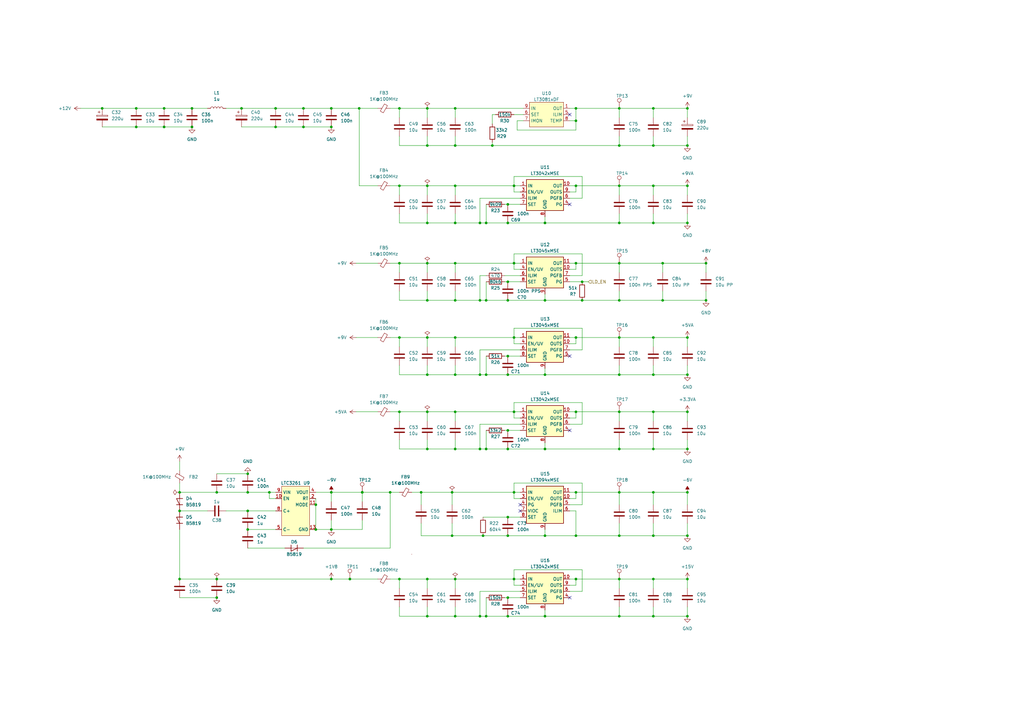
<source format=kicad_sch>
(kicad_sch (version 20211123) (generator eeschema)
  (paper "A3")
  (title_block (title "Kirdy") (date "2022-07-03") (rev "r0.1") (company "M-Labs") (comment 1 "Alex Wong Tat Hang"))
  (junction (at 175.26 237.49))
  (junction (at 223.52 184.15))
  (junction (at 236.22 76.2))
  (junction (at 210.82 201.93))
  (junction (at 78.74 44.45))
  (junction (at 210.82 76.2))
  (junction (at 236.22 168.91))
  (junction (at 185.42 219.71))
  (junction (at 101.6 217.17))
  (junction (at 254 184.15))
  (junction (at 208.28 245.11))
  (junction (at 185.42 201.93))
  (junction (at 208.28 176.53))
  (junction (at 135.89 217.17))
  (junction (at 147.32 44.45))
  (junction (at 210.82 138.43))
  (junction (at 254 91.44))
  (junction (at 143.51 237.49))
  (junction (at 135.89 237.49))
  (junction (at 238.76 115.57))
  (junction (at 148.556 201.93))
  (junction (at 236.22 49.53))
  (junction (at 208.28 252.73))
  (junction (at 196.85 184.15))
  (junction (at 238.76 123.19))
  (junction (at 88.9 237.49))
  (junction (at 199.39 252.73))
  (junction (at 186.69 138.43))
  (junction (at 208.28 184.15))
  (junction (at 78.74 52.07))
  (junction (at 254 44.45))
  (junction (at 267.97 76.2))
  (junction (at 199.39 153.67))
  (junction (at 254 237.49))
  (junction (at 163.83 76.2))
  (junction (at 289.56 107.95))
  (junction (at 210.82 107.95))
  (junction (at 99.06 44.45))
  (junction (at 67.31 52.07))
  (junction (at 175.26 59.69))
  (junction (at 267.97 201.93))
  (junction (at 113.03 52.07))
  (junction (at 175.26 153.67))
  (junction (at 175.26 91.44))
  (junction (at 41.91 44.45))
  (junction (at 281.94 138.43))
  (junction (at 267.97 138.43))
  (junction (at 175.26 107.95))
  (junction (at 196.85 91.44))
  (junction (at 199.39 123.19))
  (junction (at 267.97 252.73))
  (junction (at 281.94 237.49))
  (junction (at 186.69 252.73))
  (junction (at 208.28 123.19))
  (junction (at 254 219.71))
  (junction (at 148.59 201.93))
  (junction (at 223.52 153.67))
  (junction (at 223.52 91.44))
  (junction (at 236.22 44.45))
  (junction (at 101.6 209.55))
  (junction (at 281.94 76.2))
  (junction (at 281.94 201.93))
  (junction (at 281.94 168.91))
  (junction (at 186.69 107.95))
  (junction (at 289.56 123.19))
  (junction (at 281.94 44.45))
  (junction (at 186.69 237.49))
  (junction (at 186.69 184.15))
  (junction (at 163.83 168.91))
  (junction (at 236.22 219.71))
  (junction (at 254 168.91))
  (junction (at 281.94 252.73))
  (junction (at 223.52 123.19))
  (junction (at 186.69 76.2))
  (junction (at 198.12 219.71))
  (junction (at 281.94 184.15))
  (junction (at 267.97 44.45))
  (junction (at 135.89 201.93))
  (junction (at 186.69 91.44))
  (junction (at 267.97 168.91))
  (junction (at 175.26 168.91))
  (junction (at 281.94 219.71))
  (junction (at 160.02 201.93))
  (junction (at 186.69 59.69))
  (junction (at 208.28 83.82))
  (junction (at 135.89 52.07))
  (junction (at 236.22 201.93))
  (junction (at 113.03 44.45))
  (junction (at 254 153.67))
  (junction (at 254 138.43))
  (junction (at 210.82 168.91))
  (junction (at 281.94 91.44))
  (junction (at 254 59.69))
  (junction (at 267.97 184.15))
  (junction (at 271.78 123.19))
  (junction (at 254 76.2))
  (junction (at 101.6 201.93))
  (junction (at 163.83 138.43))
  (junction (at 186.69 123.19))
  (junction (at 175.26 252.73))
  (junction (at 135.89 44.45))
  (junction (at 196.85 123.19))
  (junction (at 208.28 91.44))
  (junction (at 172.72 201.93))
  (junction (at 208.28 153.67))
  (junction (at 73.66 209.55))
  (junction (at 201.93 59.69))
  (junction (at 267.97 237.49))
  (junction (at 208.28 212.09))
  (junction (at 196.85 252.73))
  (junction (at 124.46 52.07))
  (junction (at 175.26 184.15))
  (junction (at 163.83 107.95))
  (junction (at 186.69 153.67))
  (junction (at 88.9 201.93))
  (junction (at 254 201.93))
  (junction (at 110.49 201.93))
  (junction (at 208.28 115.57))
  (junction (at 236.22 107.95))
  (junction (at 267.97 219.71))
  (junction (at 208.28 146.05))
  (junction (at 223.52 252.73))
  (junction (at 73.66 201.93))
  (junction (at 175.26 123.19))
  (junction (at 281.94 59.69))
  (junction (at 267.97 59.69))
  (junction (at 55.88 52.07))
  (junction (at 236.22 237.49))
  (junction (at 281.94 153.67))
  (junction (at 223.52 219.71))
  (junction (at 208.28 219.71))
  (junction (at 271.78 107.95))
  (junction (at 175.26 76.2))
  (junction (at 175.26 138.43))
  (junction (at 163.83 44.45))
  (junction (at 199.39 184.15))
  (junction (at 101.6 194.31))
  (junction (at 88.9 245.11))
  (junction (at 267.97 91.44))
  (junction (at 254 123.19))
  (junction (at 175.26 44.45))
  (junction (at 210.82 237.49))
  (junction (at 254 252.73))
  (junction (at 73.66 237.49))
  (junction (at 163.83 237.49))
  (junction (at 186.69 168.91))
  (junction (at 129.54 207.01))
  (junction (at 67.31 44.45))
  (junction (at 267.97 153.67))
  (junction (at 124.46 44.45))
  (junction (at 55.88 44.45))
  (junction (at 186.69 44.45))
  (junction (at 254 107.95))
  (junction (at 129.54 217.17))
  (junction (at 236.22 138.43))
  (junction (at 199.39 91.44))
  (junction (at 196.85 153.67))
  (no_connect (at 233.68 176.53))
  (no_connect (at 233.68 245.11))
  (no_connect (at 233.68 46.99))
  (no_connect (at 213.36 209.55))
  (no_connect (at 213.36 207.01))
  (no_connect (at 233.68 83.82))
  (no_connect (at 233.68 146.05))
  (wire (pts (xy 88.9 201.93) (xy 101.6 201.93)))
  (wire (pts (xy 207.01 176.53) (xy 208.28 176.53)))
  (wire (pts (xy 267.97 214.63) (xy 267.97 219.71)))
  (wire (pts (xy 267.97 153.67) (xy 267.97 149.86)))
  (wire (pts (xy 196.85 81.28) (xy 196.85 91.44)))
  (wire (pts (xy 175.26 241.3) (xy 175.26 237.49)))
  (wire (pts (xy 160.02 237.49) (xy 163.83 237.49)))
  (wire (pts (xy 254 237.49) (xy 254 241.3)))
  (wire (pts (xy 233.68 140.97) (xy 236.22 140.97)))
  (wire (pts (xy 148.59 201.93) (xy 148.59 205.74)))
  (wire (pts (xy 281.94 252.73) (xy 281.94 248.92)))
  (wire (pts (xy 254 107.95) (xy 254 111.76)))
  (wire (pts (xy 135.89 213.36) (xy 135.89 217.17)))
  (wire (pts (xy 163.83 252.73) (xy 163.83 248.92)))
  (wire (pts (xy 208.28 176.53) (xy 213.36 176.53)))
  (wire (pts (xy 124.46 44.45) (xy 135.89 44.45)))
  (wire (pts (xy 135.89 217.17) (xy 129.54 217.17)))
  (wire (pts (xy 201.93 58.42) (xy 201.93 59.69)))
  (wire (pts (xy 196.85 91.44) (xy 199.39 91.44)))
  (wire (pts (xy 271.78 107.95) (xy 271.78 111.76)))
  (wire (pts (xy 267.97 252.73) (xy 281.94 252.73)))
  (wire (pts (xy 160.02 107.95) (xy 163.83 107.95)))
  (wire (pts (xy 186.69 172.72) (xy 186.69 168.91)))
  (wire (pts (xy 196.85 113.03) (xy 199.39 113.03)))
  (wire (pts (xy 236.22 219.71) (xy 223.52 219.71)))
  (wire (pts (xy 175.26 123.19) (xy 186.69 123.19)))
  (wire (pts (xy 175.26 252.73) (xy 175.26 248.92)))
  (wire (pts (xy 186.69 123.19) (xy 196.85 123.19)))
  (wire (pts (xy 185.42 219.71) (xy 198.12 219.71)))
  (wire (pts (xy 201.93 50.8) (xy 201.93 46.99)))
  (wire (pts (xy 267.97 153.67) (xy 281.94 153.67)))
  (wire (pts (xy 207.01 115.57) (xy 208.28 115.57)))
  (wire (pts (xy 175.26 123.19) (xy 175.26 119.38)))
  (wire (pts (xy 210.82 76.2) (xy 213.36 76.2)))
  (wire (pts (xy 163.83 59.69) (xy 175.26 59.69)))
  (wire (pts (xy 210.82 237.49) (xy 213.36 237.49)))
  (wire (pts (xy 254 219.71) (xy 254 214.63)))
  (wire (pts (xy 199.39 184.15) (xy 208.28 184.15)))
  (wire (pts (xy 129.54 201.93) (xy 135.89 201.93)))
  (wire (pts (xy 175.26 142.24) (xy 175.26 138.43)))
  (wire (pts (xy 199.39 252.73) (xy 208.28 252.73)))
  (wire (pts (xy 186.69 80.01) (xy 186.69 76.2)))
  (wire (pts (xy 199.39 245.11) (xy 199.39 252.73)))
  (wire (pts (xy 172.72 214.63) (xy 172.72 219.71)))
  (wire (pts (xy 92.71 209.55) (xy 101.6 209.55)))
  (wire (pts (xy 208.28 184.15) (xy 223.52 184.15)))
  (wire (pts (xy 175.26 184.15) (xy 186.69 184.15)))
  (wire (pts (xy 208.28 91.44) (xy 223.52 91.44)))
  (wire (pts (xy 213.36 204.47) (xy 210.82 204.47)))
  (wire (pts (xy 135.89 44.45) (xy 147.32 44.45)))
  (wire (pts (xy 254 219.71) (xy 267.97 219.71)))
  (wire (pts (xy 208.28 115.57) (xy 213.36 115.57)))
  (wire (pts (xy 163.83 252.73) (xy 175.26 252.73)))
  (wire (pts (xy 185.42 201.93) (xy 210.82 201.93)))
  (wire (pts (xy 186.69 168.91) (xy 210.82 168.91)))
  (wire (pts (xy 199.39 115.57) (xy 199.39 123.19)))
  (wire (pts (xy 175.26 76.2) (xy 186.69 76.2)))
  (wire (pts (xy 186.69 91.44) (xy 186.69 87.63)))
  (wire (pts (xy 199.39 146.05) (xy 199.39 153.67)))
  (wire (pts (xy 254 153.67) (xy 254 149.86)))
  (wire (pts (xy 238.76 134.62) (xy 210.82 134.62)))
  (wire (pts (xy 199.39 153.67) (xy 208.28 153.67)))
  (wire (pts (xy 172.72 219.71) (xy 185.42 219.71)))
  (wire (pts (xy 223.52 91.44) (xy 254 91.44)))
  (wire (pts (xy 236.22 240.03) (xy 236.22 237.49)))
  (wire (pts (xy 101.6 224.79) (xy 116.84 224.79)))
  (wire (pts (xy 198.12 219.71) (xy 208.28 219.71)))
  (wire (pts (xy 254 184.15) (xy 254 180.34)))
  (wire (pts (xy 210.82 140.97) (xy 210.82 138.43)))
  (wire (pts (xy 55.88 52.07) (xy 67.31 52.07)))
  (wire (pts (xy 196.85 81.28) (xy 213.36 81.28)))
  (wire (pts (xy 148.556 201.93) (xy 148.59 201.93)))
  (wire (pts (xy 267.97 59.69) (xy 254 59.69)))
  (wire (pts (xy 212.09 49.53) (xy 214.63 49.53)))
  (wire (pts (xy 213.36 110.49) (xy 210.82 110.49)))
  (wire (pts (xy 254 107.95) (xy 271.78 107.95)))
  (wire (pts (xy 267.97 91.44) (xy 267.97 87.63)))
  (wire (pts (xy 223.52 250.19) (xy 223.52 252.73)))
  (wire (pts (xy 254 123.19) (xy 254 119.38)))
  (wire (pts (xy 254 201.93) (xy 267.97 201.93)))
  (wire (pts (xy 186.69 44.45) (xy 214.63 44.45)))
  (wire (pts (xy 196.85 173.99) (xy 213.36 173.99)))
  (wire (pts (xy 175.26 184.15) (xy 175.26 180.34)))
  (wire (pts (xy 233.68 113.03) (xy 238.76 113.03)))
  (wire (pts (xy 210.82 107.95) (xy 213.36 107.95)))
  (wire (pts (xy 186.69 241.3) (xy 186.69 237.49)))
  (wire (pts (xy 254 237.49) (xy 267.97 237.49)))
  (wire (pts (xy 146.05 168.91) (xy 154.94 168.91)))
  (wire (pts (xy 236.22 237.49) (xy 254 237.49)))
  (wire (pts (xy 210.82 201.93) (xy 213.36 201.93)))
  (wire (pts (xy 236.22 44.45) (xy 236.22 49.53)))
  (wire (pts (xy 207.01 245.11) (xy 208.28 245.11)))
  (wire (pts (xy 210.82 78.74) (xy 210.82 76.2)))
  (wire (pts (xy 196.85 252.73) (xy 199.39 252.73)))
  (wire (pts (xy 186.69 153.67) (xy 196.85 153.67)))
  (wire (pts (xy 236.22 219.71) (xy 254 219.71)))
  (wire (pts (xy 210.82 138.43) (xy 213.36 138.43)))
  (wire (pts (xy 73.66 198.12) (xy 73.66 201.93)))
  (wire (pts (xy 238.76 173.99) (xy 238.76 165.1)))
  (wire (pts (xy 175.26 172.72) (xy 175.26 168.91)))
  (wire (pts (xy 113.03 52.07) (xy 124.46 52.07)))
  (wire (pts (xy 73.66 237.49) (xy 73.66 217.17)))
  (wire (pts (xy 238.76 165.1) (xy 210.82 165.1)))
  (wire (pts (xy 208.28 123.19) (xy 223.52 123.19)))
  (wire (pts (xy 113.03 44.45) (xy 124.46 44.45)))
  (wire (pts (xy 281.94 76.2) (xy 281.94 80.01)))
  (wire (pts (xy 163.83 172.72) (xy 163.83 168.91)))
  (wire (pts (xy 281.94 184.15) (xy 281.94 180.34)))
  (wire (pts (xy 201.93 46.99) (xy 203.2 46.99)))
  (wire (pts (xy 238.76 104.14) (xy 210.82 104.14)))
  (wire (pts (xy 210.82 240.03) (xy 210.82 237.49)))
  (wire (pts (xy 281.94 168.91) (xy 281.94 172.72)))
  (wire (pts (xy 163.83 107.95) (xy 175.26 107.95)))
  (wire (pts (xy 233.68 143.51) (xy 238.76 143.51)))
  (wire (pts (xy 233.68 115.57) (xy 238.76 115.57)))
  (wire (pts (xy 254 48.26) (xy 254 44.45)))
  (wire (pts (xy 196.85 113.03) (xy 196.85 123.19)))
  (wire (pts (xy 236.22 201.93) (xy 254 201.93)))
  (wire (pts (xy 73.66 237.49) (xy 88.9 237.49)))
  (wire (pts (xy 175.26 168.91) (xy 186.69 168.91)))
  (wire (pts (xy 233.68 240.03) (xy 236.22 240.03)))
  (wire (pts (xy 201.93 59.69) (xy 254 59.69)))
  (wire (pts (xy 175.26 44.45) (xy 186.69 44.45)))
  (wire (pts (xy 160.02 44.45) (xy 163.83 44.45)))
  (wire (pts (xy 124.46 52.07) (xy 135.89 52.07)))
  (wire (pts (xy 236.22 138.43) (xy 254 138.43)))
  (wire (pts (xy 110.49 201.93) (xy 113.03 201.93)))
  (wire (pts (xy 233.68 173.99) (xy 238.76 173.99)))
  (wire (pts (xy 210.82 134.62) (xy 210.82 138.43)))
  (wire (pts (xy 267.97 76.2) (xy 267.97 80.01)))
  (wire (pts (xy 267.97 138.43) (xy 281.94 138.43)))
  (wire (pts (xy 254 44.45) (xy 267.97 44.45)))
  (wire (pts (xy 254 91.44) (xy 267.97 91.44)))
  (wire (pts (xy 271.78 123.19) (xy 271.78 119.38)))
  (wire (pts (xy 238.76 113.03) (xy 238.76 104.14)))
  (wire (pts (xy 223.52 151.13) (xy 223.52 153.67)))
  (wire (pts (xy 233.68 138.43) (xy 236.22 138.43)))
  (wire (pts (xy 163.83 59.69) (xy 163.83 55.88)))
  (wire (pts (xy 233.68 81.28) (xy 238.76 81.28)))
  (wire (pts (xy 196.85 153.67) (xy 199.39 153.67)))
  (wire (pts (xy 163.83 123.19) (xy 175.26 123.19)))
  (wire (pts (xy 223.52 181.61) (xy 223.52 184.15)))
  (wire (pts (xy 113.03 204.47) (xy 110.49 204.47)))
  (wire (pts (xy 73.66 245.11) (xy 88.9 245.11)))
  (wire (pts (xy 186.69 59.69) (xy 201.93 59.69)))
  (wire (pts (xy 135.89 237.49) (xy 143.51 237.49)))
  (wire (pts (xy 186.69 153.67) (xy 186.69 149.86)))
  (wire (pts (xy 186.69 123.19) (xy 186.69 119.38)))
  (wire (pts (xy 233.68 76.2) (xy 236.22 76.2)))
  (wire (pts (xy 185.42 214.63) (xy 185.42 219.71)))
  (wire (pts (xy 208.28 252.73) (xy 223.52 252.73)))
  (wire (pts (xy 175.26 252.73) (xy 186.69 252.73)))
  (wire (pts (xy 168.91 201.93) (xy 172.72 201.93)))
  (wire (pts (xy 186.69 48.26) (xy 186.69 44.45)))
  (wire (pts (xy 135.89 201.93) (xy 148.556 201.93)))
  (wire (pts (xy 267.97 44.45) (xy 281.94 44.45)))
  (wire (pts (xy 199.39 176.53) (xy 199.39 184.15)))
  (wire (pts (xy 254 168.91) (xy 254 172.72)))
  (wire (pts (xy 254 201.93) (xy 254 207.01)))
  (wire (pts (xy 185.42 201.93) (xy 185.42 207.01)))
  (wire (pts (xy 135.89 201.93) (xy 135.89 205.74)))
  (wire (pts (xy 213.36 78.74) (xy 210.82 78.74)))
  (wire (pts (xy 267.97 48.26) (xy 267.97 44.45)))
  (wire (pts (xy 163.83 237.49) (xy 175.26 237.49)))
  (wire (pts (xy 196.85 143.51) (xy 213.36 143.51)))
  (wire (pts (xy 186.69 252.73) (xy 186.69 248.92)))
  (wire (pts (xy 175.26 153.67) (xy 175.26 149.86)))
  (wire (pts (xy 233.68 168.91) (xy 236.22 168.91)))
  (wire (pts (xy 212.09 49.53) (xy 212.09 53.34)))
  (wire (pts (xy 186.69 138.43) (xy 210.82 138.43)))
  (wire (pts (xy 238.76 115.57) (xy 241.3 115.57)))
  (wire (pts (xy 236.22 49.53) (xy 233.68 49.53)))
  (wire (pts (xy 254 123.19) (xy 271.78 123.19)))
  (wire (pts (xy 233.68 171.45) (xy 236.22 171.45)))
  (wire (pts (xy 254 91.44) (xy 254 87.63)))
  (wire (pts (xy 238.76 81.28) (xy 238.76 72.39)))
  (wire (pts (xy 213.36 240.03) (xy 210.82 240.03)))
  (wire (pts (xy 236.22 209.55) (xy 236.22 219.71)))
  (wire (pts (xy 163.83 80.01) (xy 163.83 76.2)))
  (wire (pts (xy 223.52 123.19) (xy 238.76 123.19)))
  (wire (pts (xy 254 153.67) (xy 267.97 153.67)))
  (wire (pts (xy 101.6 217.17) (xy 113.03 217.17)))
  (wire (pts (xy 163.83 241.3) (xy 163.83 237.49)))
  (wire (pts (xy 233.68 242.57) (xy 238.76 242.57)))
  (wire (pts (xy 236.22 168.91) (xy 254 168.91)))
  (wire (pts (xy 223.52 219.71) (xy 223.52 217.17)))
  (wire (pts (xy 160.02 224.79) (xy 160.02 201.93)))
  (wire (pts (xy 163.83 48.26) (xy 163.83 44.45)))
  (wire (pts (xy 236.22 53.34) (xy 236.22 49.53)))
  (wire (pts (xy 78.74 44.45) (xy 85.09 44.45)))
  (wire (pts (xy 267.97 201.93) (xy 281.94 201.93)))
  (wire (pts (xy 148.59 217.17) (xy 135.89 217.17)))
  (wire (pts (xy 92.71 44.45) (xy 99.06 44.45)))
  (wire (pts (xy 281.94 44.45) (xy 281.94 48.26)))
  (wire (pts (xy 175.26 48.26) (xy 175.26 44.45)))
  (wire (pts (xy 163.83 153.67) (xy 175.26 153.67)))
  (wire (pts (xy 175.26 153.67) (xy 186.69 153.67)))
  (wire (pts (xy 160.02 201.93) (xy 163.83 201.93)))
  (wire (pts (xy 267.97 237.49) (xy 281.94 237.49)))
  (wire (pts (xy 175.26 111.76) (xy 175.26 107.95)))
  (wire (pts (xy 110.49 204.47) (xy 110.49 201.93)))
  (wire (pts (xy 175.26 59.69) (xy 175.26 55.88)))
  (wire (pts (xy 210.82 168.91) (xy 213.36 168.91)))
  (wire (pts (xy 267.97 201.93) (xy 267.97 207.01)))
  (wire (pts (xy 198.12 212.09) (xy 208.28 212.09)))
  (wire (pts (xy 254 252.73) (xy 254 248.92)))
  (wire (pts (xy 233.68 78.74) (xy 236.22 78.74)))
  (wire (pts (xy 172.72 201.93) (xy 172.72 207.01)))
  (wire (pts (xy 210.82 110.49) (xy 210.82 107.95)))
  (wire (pts (xy 33.02 44.45) (xy 41.91 44.45)))
  (wire (pts (xy 238.76 72.39) (xy 210.82 72.39)))
  (wire (pts (xy 199.39 123.19) (xy 208.28 123.19)))
  (wire (pts (xy 254 252.73) (xy 267.97 252.73)))
  (wire (pts (xy 236.22 107.95) (xy 254 107.95)))
  (wire (pts (xy 236.22 140.97) (xy 236.22 138.43)))
  (wire (pts (xy 129.54 207.01) (xy 129.54 217.17)))
  (wire (pts (xy 267.97 252.73) (xy 267.97 248.92)))
  (wire (pts (xy 233.68 110.49) (xy 236.22 110.49)))
  (wire (pts (xy 41.91 44.45) (xy 55.88 44.45)))
  (wire (pts (xy 186.69 59.69) (xy 186.69 55.88)))
  (wire (pts (xy 163.83 76.2) (xy 175.26 76.2)))
  (wire (pts (xy 154.94 76.2) (xy 147.32 76.2)))
  (wire (pts (xy 254 55.88) (xy 254 59.69)))
  (wire (pts (xy 163.83 153.67) (xy 163.83 149.86)))
  (wire (pts (xy 271.78 123.19) (xy 289.56 123.19)))
  (wire (pts (xy 175.26 107.95) (xy 186.69 107.95)))
  (wire (pts (xy 196.85 242.57) (xy 196.85 252.73)))
  (wire (pts (xy 267.97 91.44) (xy 281.94 91.44)))
  (wire (pts (xy 73.66 209.55) (xy 85.09 209.55)))
  (wire (pts (xy 186.69 237.49) (xy 210.82 237.49)))
  (wire (pts (xy 101.6 201.93) (xy 110.49 201.93)))
  (wire (pts (xy 99.06 44.45) (xy 113.03 44.45)))
  (wire (pts (xy 186.69 184.15) (xy 186.69 180.34)))
  (wire (pts (xy 236.22 110.49) (xy 236.22 107.95)))
  (wire (pts (xy 73.66 189.23) (xy 73.66 193.04)))
  (wire (pts (xy 210.82 46.99) (xy 214.63 46.99)))
  (wire (pts (xy 147.32 44.45) (xy 147.32 76.2)))
  (wire (pts (xy 146.05 107.95) (xy 154.94 107.95)))
  (wire (pts (xy 175.26 91.44) (xy 186.69 91.44)))
  (wire (pts (xy 233.68 107.95) (xy 236.22 107.95)))
  (wire (pts (xy 210.82 72.39) (xy 210.82 76.2)))
  (wire (pts (xy 254 76.2) (xy 267.97 76.2)))
  (wire (pts (xy 233.68 237.49) (xy 236.22 237.49)))
  (wire (pts (xy 196.85 123.19) (xy 199.39 123.19)))
  (wire (pts (xy 238.76 198.12) (xy 210.82 198.12)))
  (wire (pts (xy 233.68 44.45) (xy 236.22 44.45)))
  (wire (pts (xy 146.05 138.43) (xy 154.94 138.43)))
  (wire (pts (xy 196.85 143.51) (xy 196.85 153.67)))
  (wire (pts (xy 281.94 91.44) (xy 281.94 87.63)))
  (wire (pts (xy 41.91 52.07) (xy 55.88 52.07)))
  (wire (pts (xy 196.85 173.99) (xy 196.85 184.15)))
  (wire (pts (xy 281.94 138.43) (xy 281.94 142.24)))
  (wire (pts (xy 281.94 153.67) (xy 281.94 149.86)))
  (wire (pts (xy 233.68 204.47) (xy 236.22 204.47)))
  (wire (pts (xy 143.51 237.49) (xy 154.94 237.49)))
  (wire (pts (xy 199.39 91.44) (xy 208.28 91.44)))
  (wire (pts (xy 238.76 207.01) (xy 238.76 198.12)))
  (wire (pts (xy 163.83 168.91) (xy 175.26 168.91)))
  (wire (pts (xy 236.22 78.74) (xy 236.22 76.2)))
  (wire (pts (xy 207.01 146.05) (xy 208.28 146.05)))
  (wire (pts (xy 196.85 184.15) (xy 199.39 184.15)))
  (wire (pts (xy 212.09 53.34) (xy 236.22 53.34)))
  (wire (pts (xy 196.85 242.57) (xy 213.36 242.57)))
  (wire (pts (xy 208.28 153.67) (xy 223.52 153.67)))
  (wire (pts (xy 210.82 171.45) (xy 210.82 168.91)))
  (wire (pts (xy 186.69 76.2) (xy 210.82 76.2)))
  (wire (pts (xy 210.82 198.12) (xy 210.82 201.93)))
  (wire (pts (xy 147.32 44.45) (xy 154.94 44.45)))
  (wire (pts (xy 213.36 140.97) (xy 210.82 140.97)))
  (wire (pts (xy 238.76 242.57) (xy 238.76 233.68)))
  (wire (pts (xy 88.9 194.31) (xy 101.6 194.31)))
  (wire (pts (xy 289.56 123.19) (xy 289.56 119.38)))
  (wire (pts (xy 267.97 168.91) (xy 267.97 172.72)))
  (wire (pts (xy 267.97 76.2) (xy 281.94 76.2)))
  (wire (pts (xy 186.69 142.24) (xy 186.69 138.43)))
  (wire (pts (xy 281.94 55.88) (xy 281.94 59.69)))
  (wire (pts (xy 67.31 52.07) (xy 78.74 52.07)))
  (wire (pts (xy 210.82 204.47) (xy 210.82 201.93)))
  (wire (pts (xy 238.76 233.68) (xy 210.82 233.68)))
  (wire (pts (xy 254 138.43) (xy 267.97 138.43)))
  (wire (pts (xy 223.52 120.65) (xy 223.52 123.19)))
  (wire (pts (xy 267.97 219.71) (xy 281.94 219.71)))
  (wire (pts (xy 208.28 245.11) (xy 213.36 245.11)))
  (wire (pts (xy 223.52 88.9) (xy 223.52 91.44)))
  (wire (pts (xy 267.97 237.49) (xy 267.97 241.3)))
  (wire (pts (xy 254 184.15) (xy 267.97 184.15)))
  (wire (pts (xy 236.22 171.45) (xy 236.22 168.91)))
  (wire (pts (xy 210.82 233.68) (xy 210.82 237.49)))
  (wire (pts (xy 163.83 111.76) (xy 163.83 107.95)))
  (wire (pts (xy 55.88 44.45) (xy 67.31 44.45)))
  (wire (pts (xy 199.39 83.82) (xy 199.39 91.44)))
  (wire (pts (xy 160.02 168.91) (xy 163.83 168.91)))
  (wire (pts (xy 124.46 224.79) (xy 160.02 224.79)))
  (wire (pts (xy 254 138.43) (xy 254 142.24)))
  (wire (pts (xy 208.28 212.09) (xy 213.36 212.09)))
  (wire (pts (xy 210.82 165.1) (xy 210.82 168.91)))
  (wire (pts (xy 271.78 107.95) (xy 289.56 107.95)))
  (wire (pts (xy 160.02 76.2) (xy 163.83 76.2)))
  (wire (pts (xy 163.83 123.19) (xy 163.83 119.38)))
  (wire (pts (xy 67.31 44.45) (xy 78.74 44.45)))
  (wire (pts (xy 175.26 59.69) (xy 186.69 59.69)))
  (wire (pts (xy 163.83 184.15) (xy 175.26 184.15)))
  (wire (pts (xy 208.28 146.05) (xy 213.36 146.05)))
  (wire (pts (xy 175.26 237.49) (xy 186.69 237.49)))
  (wire (pts (xy 254 168.91) (xy 267.97 168.91)))
  (wire (pts (xy 186.69 111.76) (xy 186.69 107.95)))
  (wire (pts (xy 160.02 201.93) (xy 148.59 201.93)))
  (wire (pts (xy 172.72 201.93) (xy 185.42 201.93)))
  (wire (pts (xy 175.26 91.44) (xy 175.26 87.63)))
  (wire (pts (xy 281.94 201.93) (xy 281.94 207.01)))
  (wire (pts (xy 99.06 52.07) (xy 113.03 52.07)))
  (wire (pts (xy 101.6 209.55) (xy 113.03 209.55)))
  (wire (pts (xy 223.52 153.67) (xy 254 153.67)))
  (wire (pts (xy 238.76 143.51) (xy 238.76 134.62)))
  (wire (pts (xy 73.66 201.93) (xy 88.9 201.93)))
  (wire (pts (xy 175.26 138.43) (xy 186.69 138.43)))
  (wire (pts (xy 186.69 107.95) (xy 210.82 107.95)))
  (wire (pts (xy 267.97 168.91) (xy 281.94 168.91)))
  (wire (pts (xy 233.68 207.01) (xy 238.76 207.01)))
  (wire (pts (xy 163.83 91.44) (xy 175.26 91.44)))
  (wire (pts (xy 236.22 76.2) (xy 254 76.2)))
  (wire (pts (xy 236.22 204.47) (xy 236.22 201.93)))
  (wire (pts (xy 236.22 44.45) (xy 254 44.45)))
  (wire (pts (xy 160.02 138.43) (xy 163.83 138.43)))
  (wire (pts (xy 208.28 219.71) (xy 223.52 219.71)))
  (wire (pts (xy 236.22 209.55) (xy 233.68 209.55)))
  (wire (pts (xy 186.69 184.15) (xy 196.85 184.15)))
  (wire (pts (xy 267.97 184.15) (xy 267.97 180.34)))
  (wire (pts (xy 207.01 83.82) (xy 208.28 83.82)))
  (wire (pts (xy 267.97 138.43) (xy 267.97 142.24)))
  (wire (pts (xy 213.36 171.45) (xy 210.82 171.45)))
  (wire (pts (xy 233.68 201.93) (xy 236.22 201.93)))
  (wire (pts (xy 254 76.2) (xy 254 80.01)))
  (wire (pts (xy 238.76 123.19) (xy 254 123.19)))
  (wire (pts (xy 163.83 44.45) (xy 175.26 44.45)))
  (wire (pts (xy 223.52 184.15) (xy 254 184.15)))
  (wire (pts (xy 163.83 138.43) (xy 175.26 138.43)))
  (wire (pts (xy 208.28 83.82) (xy 213.36 83.82)))
  (wire (pts (xy 186.69 91.44) (xy 196.85 91.44)))
  (wire (pts (xy 163.83 91.44) (xy 163.83 87.63)))
  (wire (pts (xy 289.56 107.95) (xy 289.56 111.76)))
  (wire (pts (xy 281.94 237.49) (xy 281.94 241.3)))
  (wire (pts (xy 148.59 213.36) (xy 148.59 217.17)))
  (wire (pts (xy 267.97 55.88) (xy 267.97 59.69)))
  (wire (pts (xy 129.54 204.47) (xy 129.54 207.01)))
  (wire (pts (xy 267.97 59.69) (xy 281.94 59.69)))
  (wire (pts (xy 223.52 252.73) (xy 254 252.73)))
  (wire (pts (xy 186.69 252.73) (xy 196.85 252.73)))
  (wire (pts (xy 267.97 184.15) (xy 281.94 184.15)))
  (wire (pts (xy 210.82 104.14) (xy 210.82 107.95)))
  (wire (pts (xy 281.94 214.63) (xy 281.94 219.71)))
  (wire (pts (xy 175.26 80.01) (xy 175.26 76.2)))
  (wire (pts (xy 163.83 184.15) (xy 163.83 180.34)))
  (wire (pts (xy 88.9 237.49) (xy 135.89 237.49)))
  (wire (pts (xy 207.01 113.03) (xy 213.36 113.03)))
  (wire (pts (xy 163.83 142.24) (xy 163.83 138.43)))
  (hierarchical_label "LD_EN" (shape input) (at 241.3 115.57 0))
  (symbol (lib_id "Device:R") (at 198.12 215.9 0) (unit 1)
    (property "Reference" "R22" (at 200.66 214.6299 0) (effects (justify left)))
    (property "Value" "60k4" (at 200.66 217.1699 0) (effects (justify left)))
    (property "Footprint" "Resistor_SMD:R_0603_1608Metric" (effects hide))
    (property "MFR_PN" "RT0603FRE0760K4L" (effects hide))
    (property "MFR_PN_ALT" "RC0603FR-0760K4L" (effects hide))
  )
  (symbol (lib_id "Device:C") (at 254 83.82 0) (unit 1)
    (property "Reference" "C76" (at 257.81 82.5499 0) (effects (justify left)))
    (property "Value" "100n" (at 257.81 85.0899 0) (effects (justify left)))
    (property "Footprint" "Capacitor_SMD:C_0603_1608Metric" (effects hide))
    (property "MFR_PN" "CL10B104KB8NNWC" (effects hide))
    (property "MFR_PN_ALT" "CL10B104KB8NNNL" (effects hide))
  )
  (symbol (lib_id "power:+5VA") (at 281.94 138.43 0) (unit 1)
    (property "Reference" "#PWR074" (effects hide))
    (property "Value" "+5VA" (at 281.94 133.35 0))
  )
  (symbol (lib_id "Device:C") (at 101.6 213.36 0) (unit 1)
    (property "Reference" "C42" (at 105.41 212.0899 0) (effects (justify left)))
    (property "Value" "1u" (at 105.41 214.6299 0) (effects (justify left)))
    (property "Footprint" "Capacitor_SMD:C_0603_1608Metric" (effects hide))
    (property "MFR_PN" "CL10B105KA8NNNC" (effects hide))
    (property "MFR_PN_ALT" "CGA3E1X7R1E105K080AC" (effects hide))
  )
  (symbol (lib_id "power:PWR_FLAG") (at 175.26 76.2 0) (unit 1)
    (property "Reference" "#FLG0106" (effects hide))
    (property "Value" "PWR_FLAG" (effects hide))
  )
  (symbol (lib_id "Device:C") (at 148.59 209.55 0) (unit 1)
    (property "Reference" "C48" (at 152.4 208.2799 0) (effects (justify left)))
    (property "Value" "10u" (at 152.4 210.8199 0) (effects (justify left)))
    (property "Footprint" "Capacitor_SMD:C_0805_2012Metric" (effects hide))
    (property "MFR_PN" "CL21B106KOQNNNG" (effects hide))
    (property "MFR_PN_ALT" "CL21B106KOQNNNE" (effects hide))
  )
  (symbol (lib_id "Device:R") (at 203.2 83.82 90) (unit 1)
    (property "Reference" "R23" (at 203.2 86.36 90))
    (property "Value" "9k09" (at 203.2 83.82 90))
    (property "Footprint" "Resistor_SMD:R_0603_1608Metric" (effects hide))
    (property "MFR_PN" "CR0603-FX-9091ELF" (effects hide))
    (property "MFR_PN_ALT" "RK73H1JTTD9091F" (effects hide))
  )
  (symbol (lib_id "Device:R") (at 203.2 245.11 90) (unit 1)
    (property "Reference" "R28" (at 203.2 247.65 90))
    (property "Value" "150k" (at 203.2 245.11 90))
    (property "Footprint" "Resistor_SMD:R_0603_1608Metric" (effects hide))
    (property "MFR_PN" "CRGCQ0603F150K" (effects hide))
    (property "MFR_PN_ALT" "RMCF0603FG150K" (effects hide))
  )
  (symbol (lib_id "Device:C") (at 281.94 210.82 0) (unit 1)
    (property "Reference" "C94" (at 285.75 209.5499 0) (effects (justify left)))
    (property "Value" "10u" (at 285.75 212.0899 0) (effects (justify left)))
    (property "Footprint" "Capacitor_SMD:C_0805_2012Metric" (effects hide))
    (property "MFR_PN" "CL21B106KOQNNNG" (effects hide))
    (property "MFR_PN_ALT" "CL21B106KOQNNNE" (effects hide))
  )
  (symbol (lib_id "Device:C") (at 186.69 83.82 0) (unit 1)
    (property "Reference" "C64" (at 190.5 82.5499 0) (effects (justify left)))
    (property "Value" "100n" (at 190.5 85.0899 0) (effects (justify left)))
    (property "Footprint" "Capacitor_SMD:C_0603_1608Metric" (effects hide))
    (property "MFR_PN" "CL10B104KB8NNWC" (effects hide))
    (property "MFR_PN_ALT" "CL10B104KB8NNNL" (effects hide))
  )
  (symbol (lib_id "Device:C") (at 113.03 48.26 0) (unit 1)
    (property "Reference" "C44" (at 116.84 46.9899 0) (effects (justify left)))
    (property "Value" "10u" (at 116.84 49.5299 0) (effects (justify left)))
    (property "Footprint" "Capacitor_SMD:C_0805_2012Metric" (effects hide))
    (property "MFR_PN" "CL21B106KOQNNNG" (effects hide))
    (property "MFR_PN_ALT" "CL21B106KOQNNNE" (effects hide))
  )
  (symbol (lib_id "power:PWR_FLAG") (at 175.26 107.95 0) (unit 1)
    (property "Reference" "#FLG0108" (effects hide))
    (property "Value" "PWR_FLAG" (effects hide))
  )
  (symbol (lib_id "Device:R") (at 238.76 119.38 180) (unit 1)
    (property "Reference" "R?" (at 234.95 120.65 0))
    (property "Value" "51k" (at 234.95 118.11 0))
    (property "Footprint" "Resistor_SMD:R_0603_1608Metric" (effects hide))
    (property "MFR_PN" "RMCF0603FT51K0" (effects hide))
    (property "MFR_PN_ALT" "CR0603-FX-5102ELF" (effects hide))
  )
  (symbol (lib_id "Device:FerriteBead_Small") (at 73.66 195.58 180) (unit 1)
    (property "Reference" "FB2" (at 77.47 195.58 0) (effects (justify right)))
    (property "Value" "1K@100MHz" (at 58.42 195.58 0) (effects (justify right)))
    (property "Footprint" "Inductor_SMD:L_1210_3225Metric" (effects hide))
    (property "MFR_PN" "FBMH3225HM102NT" (effects hide))
    (property "MFR_PN_ALT" "FBMH3225HM102NTV" (effects hide))
  )
  (symbol (lib_id "Device:C") (at 208.28 180.34 0) (unit 1)
    (property "Reference" "C72" (at 209.55 182.88 0) (effects (justify left)))
    (property "Value" "100n" (at 212.09 180.34 0) (effects (justify left)))
    (property "Footprint" "Capacitor_SMD:C_0603_1608Metric" (effects hide))
    (property "MFR_PN" "CL10B104KB8NNWC" (effects hide))
    (property "MFR_PN_ALT" "CL10B104KB8NNNL" (effects hide))
  )
  (symbol (lib_id "Device:C") (at 186.69 115.57 0) (unit 1)
    (property "Reference" "C65" (at 190.5 114.2999 0) (effects (justify left)))
    (property "Value" "100n" (at 190.5 116.8399 0) (effects (justify left)))
    (property "Footprint" "Capacitor_SMD:C_0603_1608Metric" (effects hide))
    (property "MFR_PN" "CL10B104KB8NNWC" (effects hide))
    (property "MFR_PN_ALT" "CL10B104KB8NNNL" (effects hide))
  )
  (symbol (lib_id "Device:C") (at 175.26 176.53 0) (unit 1)
    (property "Reference" "C60" (at 179.07 175.2599 0) (effects (justify left)))
    (property "Value" "10u" (at 179.07 177.7999 0) (effects (justify left)))
    (property "Footprint" "Capacitor_SMD:C_0805_2012Metric" (effects hide))
    (property "MFR_PN" "CL21B106KOQNNNG" (effects hide))
    (property "MFR_PN_ALT" "CL21B106KOQNNNE" (effects hide))
  )
  (symbol (lib_id "Device:C") (at 254 52.07 0) (unit 1)
    (property "Reference" "C75" (at 257.81 50.7999 0) (effects (justify left)))
    (property "Value" "100n" (at 257.81 53.3399 0) (effects (justify left)))
    (property "Footprint" "Capacitor_SMD:C_0603_1608Metric" (effects hide))
    (property "MFR_PN" "CL10B104KB8NNWC" (effects hide))
    (property "MFR_PN_ALT" "CL10B104KB8NNNL" (effects hide))
  )
  (symbol (lib_id "power:GND") (at 289.56 123.19 0) (unit 1)
    (property "Reference" "#PWR073" (effects hide))
    (property "Value" "GND" (at 289.56 128.27 0))
  )
  (symbol (lib_id "Device:C") (at 267.97 210.82 0) (unit 1)
    (property "Reference" "C87" (at 271.78 209.5499 0) (effects (justify left)))
    (property "Value" "10u" (at 271.78 212.0899 0) (effects (justify left)))
    (property "Footprint" "Capacitor_SMD:C_0805_2012Metric" (effects hide))
    (property "MFR_PN" "CL21B106KOQNNNG" (effects hide))
    (property "MFR_PN_ALT" "CL21B106KOQNNNE" (effects hide))
  )
  (symbol (lib_id "Device:C") (at 175.26 245.11 0) (unit 1)
    (property "Reference" "C61" (at 179.07 243.8399 0) (effects (justify left)))
    (property "Value" "10u" (at 179.07 246.3799 0) (effects (justify left)))
    (property "Footprint" "Capacitor_SMD:C_0805_2012Metric" (effects hide))
    (property "MFR_PN" "CL21B106KOQNNNG" (effects hide))
    (property "MFR_PN_ALT" "CL21B106KOQNNNE" (effects hide))
  )
  (symbol (lib_id "Device:C") (at 186.69 245.11 0) (unit 1)
    (property "Reference" "C68" (at 190.5 243.8399 0) (effects (justify left)))
    (property "Value" "100n" (at 190.5 246.3799 0) (effects (justify left)))
    (property "Footprint" "Capacitor_SMD:C_0603_1608Metric" (effects hide))
    (property "MFR_PN" "CL10B104KB8NNWC" (effects hide))
    (property "MFR_PN_ALT" "CL10B104KB8NNNL" (effects hide))
  )
  (symbol (lib_id "Device:R") (at 203.2 146.05 90) (unit 1)
    (property "Reference" "R26" (at 203.2 148.59 90))
    (property "Value" "51k" (at 203.2 146.05 90))
    (property "Footprint" "Resistor_SMD:R_0603_1608Metric" (effects hide))
    (property "MFR_PN" "RMCF0603FT51K0" (effects hide))
    (property "MFR_PN_ALT" "CR0603-FX-5102ELF" (effects hide))
  )
  (symbol (lib_id "Device:C") (at 175.26 52.07 0) (unit 1)
    (property "Reference" "C56" (at 179.07 50.7999 0) (effects (justify left)))
    (property "Value" "10u" (at 179.07 53.3399 0) (effects (justify left)))
    (property "Footprint" "Capacitor_SMD:C_0805_2012Metric" (effects hide))
    (property "MFR_PN" "CL21B106KOQNNNG" (effects hide))
    (property "MFR_PN_ALT" "CL21B106KOQNNNE" (effects hide))
  )
  (symbol (lib_id "Device:L") (at 88.9 44.45 90) (unit 1)
    (property "Reference" "L1" (at 88.9 38.1 90))
    (property "Value" "1u" (at 88.9 40.64 90))
    (property "Footprint" "Inductor_SMD:L_1008_2520Metric" (effects hide))
    (property "MFR_PN" "DFE252012F-1R0M=P2" (effects hide))
    (property "MFR_PN_ALT" "DFE252012P-1R0M=P2" (effects hide))
  )
  (symbol (lib_id "Device:D_Shockley") (at 73.66 213.36 90) (unit 1)
    (property "Reference" "D5" (at 76.2 212.0899 90) (effects (justify right)))
    (property "Value" "B5819" (at 76.2 214.6299 90) (effects (justify right)))
    (property "Footprint" "Diode_SMD:D_SOD-323" (effects hide))
    (property "MFR_PN" "B5819WS-TP" (effects hide))
  )
  (symbol (lib_id "Device:C_Polarized") (at 281.94 52.07 0) (unit 1)
    (property "Reference" "C89" (at 285.75 49.9109 0) (effects (justify left)))
    (property "Value" "220u" (at 285.75 52.4509 0) (effects (justify left)))
    (property "Footprint" "Capacitor_Tantalum_SMD:CP_EIA-7343-15_Kemet-W" (effects hide))
    (property "MFR_PN" "T491D227K016AT" (effects hide))
    (property "MFR_PN_ALT" "293D227X9016E2TE3" (effects hide))
  )
  (symbol (lib_id "Connector:TestPoint") (at 254 107.95 0) (unit 1)
    (property "Reference" "TP15" (at 252.73 102.87 0) (effects (justify left)))
    (property "Value" "TestPoint" (effects hide))
    (property "Footprint" "TestPoint:TestPoint_Pad_2.0x2.0mm" (effects hide))
  )
  (symbol (lib_id "power:-9V") (at 135.89 201.93 0) (unit 1)
    (property "Reference" "#PWR063" (effects hide))
    (property "Value" "-9V" (at 135.89 196.85 0))
  )
  (symbol (lib_id "Device:FerriteBead_Small") (at 157.48 107.95 90) (unit 1)
    (property "Reference" "FB5" (at 157.4419 101.6 90))
    (property "Value" "1K@100MHz" (at 157.4419 104.14 90))
    (property "Footprint" "Inductor_SMD:L_1210_3225Metric" (effects hide))
    (property "MFR_PN" "FBMH3225HM102NT" (effects hide))
    (property "MFR_PN_ALT" "FBMH3225HM102NTV" (effects hide))
  )
  (symbol (lib_id "Device:C") (at 254 210.82 0) (unit 1)
    (property "Reference" "C80" (at 257.81 209.5499 0) (effects (justify left)))
    (property "Value" "100n" (at 257.81 212.0899 0) (effects (justify left)))
    (property "Footprint" "Capacitor_SMD:C_0603_1608Metric" (effects hide))
    (property "MFR_PN" "CL10B104KB8NNWC" (effects hide))
    (property "MFR_PN_ALT" "CL10B104KB8NNNL" (effects hide))
  )
  (symbol (lib_id "power:PWR_FLAG") (at 175.26 138.43 0) (unit 1)
    (property "Reference" "#FLG0109" (effects hide))
    (property "Value" "PWR_FLAG" (effects hide))
  )
  (symbol (lib_id "power:GND") (at 281.94 91.44 0) (unit 1)
    (property "Reference" "#PWR071" (effects hide))
    (property "Value" "GND" (at 281.94 96.52 0))
  )
  (symbol (lib_id "power:+9V") (at 281.94 44.45 0) (unit 1)
    (property "Reference" "#PWR068" (effects hide))
    (property "Value" "+9V" (at 281.94 39.37 0))
  )
  (symbol (lib_id "power:PWR_FLAG") (at 185.42 201.93 0) (unit 1)
    (property "Reference" "#FLG0102" (effects hide))
    (property "Value" "PWR_FLAG" (effects hide))
  )
  (symbol (lib_id "Device:FerriteBead_Small") (at 166.37 201.93 90) (unit 1)
    (property "Reference" "FB9" (at 166.3319 195.58 90))
    (property "Value" "1K@100MHz" (at 166.3319 198.12 90))
    (property "Footprint" "Inductor_SMD:L_1210_3225Metric" (effects hide))
    (property "MFR_PN" "FBMH3225HM102NT" (effects hide))
    (property "MFR_PN_ALT" "FBMH3225HM102NTV" (effects hide))
  )
  (symbol (lib_id "Connector:TestPoint") (at 254 168.91 0) (unit 1)
    (property "Reference" "TP17" (at 252.73 163.83 0) (effects (justify left)))
    (property "Value" "TestPoint" (effects hide))
    (property "Footprint" "TestPoint:TestPoint_Pad_2.0x2.0mm" (effects hide))
  )
  (symbol (lib_id "Device:C") (at 208.28 119.38 0) (unit 1)
    (property "Reference" "C70" (at 212.09 121.92 0) (effects (justify left)))
    (property "Value" "100n PPS" (at 212.09 119.38 0) (effects (justify left)))
    (property "Footprint" "Capacitor_SMD:C_1210_3225Metric" (effects hide))
    (property "MFR_PN" "ECH-U1C104JX5" (effects hide))
  )
  (symbol (lib_id "Device:C") (at 281.94 245.11 0) (unit 1)
    (property "Reference" "C95" (at 285.75 243.8399 0) (effects (justify left)))
    (property "Value" "10u" (at 285.75 246.3799 0) (effects (justify left)))
    (property "Footprint" "Capacitor_SMD:C_0805_2012Metric" (effects hide))
    (property "MFR_PN" "CL21B106KOQNNNG" (effects hide))
    (property "MFR_PN_ALT" "CL21B106KOQNNNE" (effects hide))
  )
  (symbol (lib_id "Device:C") (at 135.89 48.26 0) (unit 1)
    (property "Reference" "C46" (at 139.7 46.9899 0) (effects (justify left)))
    (property "Value" "100n" (at 139.7 49.5299 0) (effects (justify left)))
    (property "Footprint" "Capacitor_SMD:C_0603_1608Metric" (effects hide))
    (property "MFR_PN" "CL10B104KB8NNWC" (effects hide))
    (property "MFR_PN_ALT" "CL10B104KB8NNNL" (effects hide))
  )
  (symbol (lib_id "Connector:TestPoint") (at 254 138.43 0) (unit 1)
    (property "Reference" "TP16" (at 252.73 133.35 0) (effects (justify left)))
    (property "Value" "TestPoint" (effects hide))
    (property "Footprint" "TestPoint:TestPoint_Pad_2.0x2.0mm" (effects hide))
  )
  (symbol (lib_id "Device:C") (at 254 115.57 0) (unit 1)
    (property "Reference" "C77" (at 257.81 114.2999 0) (effects (justify left)))
    (property "Value" "100n PPS" (at 257.81 116.8399 0) (effects (justify left)))
    (property "Footprint" "Capacitor_SMD:C_1210_3225Metric" (effects hide))
    (property "MFR_PN" "ECH-U1C104JX5" (effects hide))
  )
  (symbol (lib_id "Device:C") (at 88.9 198.12 0) (unit 1)
    (property "Reference" "C37" (at 92.71 196.8499 0) (effects (justify left)))
    (property "Value" "10u" (at 92.71 199.3899 0) (effects (justify left)))
    (property "Footprint" "Capacitor_SMD:C_0805_2012Metric" (effects hide))
    (property "MFR_PN" "CL21B106KOQNNNG" (effects hide))
    (property "MFR_PN_ALT" "CL21B106KOQNNNE" (effects hide))
  )
  (symbol (lib_id "Regulator_Linear:LT3042xMSE") (at 223.52 78.74 0) (unit 1)
    (property "Reference" "U11" (at 223.52 68.58 0))
    (property "Value" "LT3042xMSE" (at 223.52 71.12 0))
    (property "Footprint" "Package_SO:MSOP-10-1EP_3x3mm_P0.5mm_EP1.68x1.88mm" (effects hide))
    (property "Datasheet" "https://www.analog.com/media/en/technical-documentation/data-sheets/3042fb.pdf" (effects hide))
    (property "MFR_PN" "LT3042IMSE#PBF" (effects hide))
    (property "MFR_PN_ALT" "LT3042IMSE#TRPBF" (effects hide))
  )
  (symbol (lib_id "Device:C") (at 88.9 209.55 90) (unit 1)
    (property "Reference" "C38" (at 88.9 213.36 90))
    (property "Value" "1u" (at 88.9 205.74 90))
    (property "Footprint" "Capacitor_SMD:C_0603_1608Metric" (effects hide))
    (property "MFR_PN" "CL10B105KA8NNNC" (effects hide))
    (property "MFR_PN_ALT" "CGA3E1X7R1E105K080AC" (effects hide))
  )
  (symbol (lib_id "Device:C") (at 267.97 52.07 0) (unit 1)
    (property "Reference" "C82" (at 271.78 50.7999 0) (effects (justify left)))
    (property "Value" "10u" (at 271.78 53.3399 0) (effects (justify left)))
    (property "Footprint" "Capacitor_SMD:C_0805_2012Metric" (effects hide))
    (property "MFR_PN" "CL21B106KOQNNNG" (effects hide))
    (property "MFR_PN_ALT" "CL21B106KOQNNNE" (effects hide))
  )
  (symbol (lib_id "Device:C") (at 101.6 220.98 0) (unit 1)
    (property "Reference" "C43" (at 105.41 219.7099 0) (effects (justify left)))
    (property "Value" "1u" (at 105.41 222.2499 0) (effects (justify left)))
    (property "Footprint" "Capacitor_SMD:C_0603_1608Metric" (effects hide))
    (property "MFR_PN" "CL10B105KA8NNNC" (effects hide))
    (property "MFR_PN_ALT" "CGA3E1X7R1E105K080AC" (effects hide))
  )
  (symbol (lib_id "Device:C") (at 254 245.11 0) (unit 1)
    (property "Reference" "C81" (at 257.81 243.8399 0) (effects (justify left)))
    (property "Value" "100n" (at 257.81 246.3799 0) (effects (justify left)))
    (property "Footprint" "Capacitor_SMD:C_0603_1608Metric" (effects hide))
    (property "MFR_PN" "CL10B104KB8NNWC" (effects hide))
    (property "MFR_PN_ALT" "CL10B104KB8NNNL" (effects hide))
  )
  (symbol (lib_id "Device:C") (at 88.9 241.3 0) (unit 1)
    (property "Reference" "C39" (at 92.71 240.0299 0) (effects (justify left)))
    (property "Value" "10u" (at 92.71 242.5699 0) (effects (justify left)))
    (property "Footprint" "Capacitor_SMD:C_0805_2012Metric" (effects hide))
    (property "MFR_PN" "CL21B106KOQNNNG" (effects hide))
    (property "MFR_PN_ALT" "CL21B106KOQNNNE" (effects hide))
  )
  (symbol (lib_id "Device:C") (at 67.31 48.26 0) (unit 1)
    (property "Reference" "C34" (at 71.12 46.9899 0) (effects (justify left)))
    (property "Value" "10u" (at 71.12 49.5299 0) (effects (justify left)))
    (property "Footprint" "Capacitor_SMD:C_0805_2012Metric" (effects hide))
    (property "MFR_PN" "CL21B106KOQNNNG" (effects hide))
    (property "MFR_PN_ALT" "CL21B106KOQNNNE" (effects hide))
  )
  (symbol (lib_id "Device:C") (at 208.28 149.86 0) (unit 1)
    (property "Reference" "C71" (at 209.55 152.4 0) (effects (justify left)))
    (property "Value" "100n" (at 212.09 149.86 0) (effects (justify left)))
    (property "Footprint" "Capacitor_SMD:C_0603_1608Metric" (effects hide))
    (property "MFR_PN" "CL10B104KB8NNWC" (effects hide))
    (property "MFR_PN_ALT" "CL10B104KB8NNNL" (effects hide))
  )
  (symbol (lib_id "Device:C") (at 281.94 176.53 0) (unit 1)
    (property "Reference" "C93" (at 285.75 175.2599 0) (effects (justify left)))
    (property "Value" "10u" (at 285.75 177.7999 0) (effects (justify left)))
    (property "Footprint" "Capacitor_SMD:C_0805_2012Metric" (effects hide))
    (property "MFR_PN" "CL21B106KOQNNNG" (effects hide))
    (property "MFR_PN_ALT" "CL21B106KOQNNNE" (effects hide))
  )
  (symbol (lib_id "Device:C") (at 172.72 210.82 0) (unit 1)
    (property "Reference" "C55" (at 176.53 209.5499 0) (effects (justify left)))
    (property "Value" "10u" (at 176.53 212.0899 0) (effects (justify left)))
    (property "Footprint" "Capacitor_SMD:C_0805_2012Metric" (effects hide))
    (property "MFR_PN" "CL21B106KOQNNNG" (effects hide))
    (property "MFR_PN_ALT" "CL21B106KOQNNNE" (effects hide))
  )
  (symbol (lib_id "Device:FerriteBead_Small") (at 157.48 168.91 90) (unit 1)
    (property "Reference" "FB7" (at 157.4419 162.56 90))
    (property "Value" "1K@100MHz" (at 157.4419 165.1 90))
    (property "Footprint" "Inductor_SMD:L_1210_3225Metric" (effects hide))
    (property "MFR_PN" "FBMH3225HM102NT" (effects hide))
    (property "MFR_PN_ALT" "FBMH3225HM102NTV" (effects hide))
  )
  (symbol (lib_id "Device:C_Polarized") (at 99.06 48.26 0) (unit 1)
    (property "Reference" "C40" (at 102.87 46.1009 0) (effects (justify left)))
    (property "Value" "220u" (at 102.87 48.6409 0) (effects (justify left)))
    (property "Footprint" "Capacitor_Tantalum_SMD:CP_EIA-7343-15_Kemet-W" (effects hide))
    (property "MFR_PN" "T491D227K016AT" (effects hide))
    (property "MFR_PN_ALT" "293D227X9016E2TE3" (effects hide))
  )
  (symbol (lib_id "Device:C") (at 267.97 176.53 0) (unit 1)
    (property "Reference" "C86" (at 271.78 175.2599 0) (effects (justify left)))
    (property "Value" "10u" (at 271.78 177.7999 0) (effects (justify left)))
    (property "Footprint" "Capacitor_SMD:C_0805_2012Metric" (effects hide))
    (property "MFR_PN" "CL21B106KOQNNNG" (effects hide))
    (property "MFR_PN_ALT" "CL21B106KOQNNNE" (effects hide))
  )
  (symbol (lib_id "Device:C") (at 281.94 83.82 0) (unit 1)
    (property "Reference" "C90" (at 285.75 82.5499 0) (effects (justify left)))
    (property "Value" "10u" (at 285.75 85.0899 0) (effects (justify left)))
    (property "Footprint" "Capacitor_SMD:C_0805_2012Metric" (effects hide))
    (property "MFR_PN" "CL21B106KOQNNNG" (effects hide))
    (property "MFR_PN_ALT" "CL21B106KOQNNNE" (effects hide))
  )
  (symbol (lib_id "Device:FerriteBead_Small") (at 157.48 138.43 90) (unit 1)
    (property "Reference" "FB6" (at 157.4419 132.08 90))
    (property "Value" "1K@100MHz" (at 157.4419 134.62 90))
    (property "Footprint" "Inductor_SMD:L_1210_3225Metric" (effects hide))
    (property "MFR_PN" "FBMH3225HM102NT" (effects hide))
    (property "MFR_PN_ALT" "FBMH3225HM102NTV" (effects hide))
  )
  (symbol (lib_id "kirdy:+18V") (at 135.89 237.49 0) (unit 1)
    (property "Reference" "#PWR064" (effects hide))
    (property "Value" "+18V" (at 135.89 232.41 0))
  )
  (symbol (lib_id "power:+9VA") (at 281.94 76.2 0) (unit 1)
    (property "Reference" "#PWR070" (effects hide))
    (property "Value" "+9VA" (at 281.94 71.12 0))
  )
  (symbol (lib_id "Device:C") (at 163.83 176.53 0) (unit 1)
    (property "Reference" "C53" (at 167.64 175.2599 0) (effects (justify left)))
    (property "Value" "10u" (at 167.64 177.7999 0) (effects (justify left)))
    (property "Footprint" "Capacitor_SMD:C_0805_2012Metric" (effects hide))
    (property "MFR_PN" "CL21B106KOQNNNG" (effects hide))
    (property "MFR_PN_ALT" "CL21B106KOQNNNE" (effects hide))
  )
  (symbol (lib_id "Device:C") (at 254 176.53 0) (unit 1)
    (property "Reference" "C79" (at 257.81 175.2599 0) (effects (justify left)))
    (property "Value" "100n" (at 257.81 177.7999 0) (effects (justify left)))
    (property "Footprint" "Capacitor_SMD:C_0603_1608Metric" (effects hide))
    (property "MFR_PN" "CL10B104KB8NNWC" (effects hide))
    (property "MFR_PN_ALT" "CL10B104KB8NNNL" (effects hide))
  )
  (symbol (lib_id "power:GND") (at 281.94 219.71 0) (unit 1)
    (property "Reference" "#PWR079" (effects hide))
    (property "Value" "GND" (at 281.94 224.79 0))
  )
  (symbol (lib_id "Device:C") (at 208.28 87.63 0) (unit 1)
    (property "Reference" "C69" (at 209.55 90.17 0) (effects (justify left)))
    (property "Value" "100n" (at 212.09 87.63 0) (effects (justify left)))
    (property "Footprint" "Capacitor_SMD:C_0603_1608Metric" (effects hide))
    (property "MFR_PN" "CL10B104KB8NNWC" (effects hide))
    (property "MFR_PN_ALT" "CL10B104KB8NNNL" (effects hide))
  )
  (symbol (lib_id "Device:C") (at 267.97 83.82 0) (unit 1)
    (property "Reference" "C83" (at 271.78 82.5499 0) (effects (justify left)))
    (property "Value" "10u" (at 271.78 85.0899 0) (effects (justify left)))
    (property "Footprint" "Capacitor_SMD:C_0805_2012Metric" (effects hide))
    (property "MFR_PN" "CL21B106KOQNNNG" (effects hide))
    (property "MFR_PN_ALT" "CL21B106KOQNNNE" (effects hide))
  )
  (symbol (lib_id "Device:R") (at 207.01 46.99 90) (unit 1)
    (property "Reference" "R30" (at 207.01 49.53 90))
    (property "Value" "150k" (at 207.01 46.99 90))
    (property "Footprint" "Resistor_SMD:R_0603_1608Metric" (effects hide))
    (property "MFR_PN" "CRGCQ0603F150K" (effects hide))
    (property "MFR_PN_ALT" "RMCF0603FG150K" (effects hide))
  )
  (symbol (lib_id "power:PWR_FLAG") (at 186.69 237.49 0) (unit 1)
    (property "Reference" "#FLG0101" (effects hide))
    (property "Value" "PWR_FLAG" (effects hide))
  )
  (symbol (lib_id "Device:R") (at 203.2 113.03 90) (unit 1)
    (property "Reference" "R24" (at 203.2 110.49 90))
    (property "Value" "470" (at 203.2 113.03 90))
    (property "Footprint" "Resistor_SMD:R_0603_1608Metric" (effects hide))
    (property "MFR_PN" "WR06X4700FTL" (effects hide))
    (property "MFR_PN_ALT" "RC0603FR-07470RL" (effects hide))
  )
  (symbol (lib_id "power:GND") (at 281.94 252.73 0) (unit 1)
    (property "Reference" "#PWR081" (effects hide))
    (property "Value" "GND" (at 281.94 257.81 0))
  )
  (symbol (lib_id "Device:C") (at 163.83 146.05 0) (unit 1)
    (property "Reference" "C52" (at 167.64 144.7799 0) (effects (justify left)))
    (property "Value" "10u" (at 167.64 147.3199 0) (effects (justify left)))
    (property "Footprint" "Capacitor_SMD:C_0805_2012Metric" (effects hide))
    (property "MFR_PN" "CL21B106KOQNNNG" (effects hide))
    (property "MFR_PN_ALT" "CL21B106KOQNNNE" (effects hide))
  )
  (symbol (lib_id "power:PWR_FLAG") (at 88.9 237.49 0) (unit 1)
    (property "Reference" "#FLG0104" (effects hide))
    (property "Value" "PWR_FLAG" (effects hide))
  )
  (symbol (lib_id "Device:C") (at 175.26 146.05 0) (unit 1)
    (property "Reference" "C59" (at 179.07 144.7799 0) (effects (justify left)))
    (property "Value" "10u" (at 179.07 147.3199 0) (effects (justify left)))
    (property "Footprint" "Capacitor_SMD:C_0805_2012Metric" (effects hide))
    (property "MFR_PN" "CL21B106KOQNNNG" (effects hide))
    (property "MFR_PN_ALT" "CL21B106KOQNNNE" (effects hide))
  )
  (symbol (lib_id "power:GND") (at 281.94 184.15 0) (unit 1)
    (property "Reference" "#PWR077" (effects hide))
    (property "Value" "GND" (at 281.94 189.23 0))
  )
  (symbol (lib_id "Device:C") (at 186.69 146.05 0) (unit 1)
    (property "Reference" "C66" (at 190.5 144.7799 0) (effects (justify left)))
    (property "Value" "100n" (at 190.5 147.3199 0) (effects (justify left)))
    (property "Footprint" "Capacitor_SMD:C_0603_1608Metric" (effects hide))
    (property "MFR_PN" "CL10B104KB8NNWC" (effects hide))
    (property "MFR_PN_ALT" "CL10B104KB8NNNL" (effects hide))
  )
  (symbol (lib_id "Device:C") (at 271.78 115.57 0) (unit 1)
    (property "Reference" "C84" (at 275.59 114.2999 0) (effects (justify left)))
    (property "Value" "10u PP" (at 275.59 116.8399 0) (effects (justify left)))
    (property "Footprint" "Capacitor_SMD:C_1812_4532Metric" (effects hide))
    (property "MFR_PN" "16MU106MC44532" (effects hide))
  )
  (symbol (lib_id "Device:C") (at 186.69 176.53 0) (unit 1)
    (property "Reference" "C67" (at 190.5 175.2599 0) (effects (justify left)))
    (property "Value" "100n" (at 190.5 177.7999 0) (effects (justify left)))
    (property "Footprint" "Capacitor_SMD:C_0603_1608Metric" (effects hide))
    (property "MFR_PN" "CL10B104KB8NNWC" (effects hide))
    (property "MFR_PN_ALT" "CL10B104KB8NNNL" (effects hide))
  )
  (symbol (lib_id "power:+9V") (at 73.66 189.23 0) (unit 1)
    (property "Reference" "#PWR058" (effects hide))
    (property "Value" "+9V" (at 73.66 184.15 0))
  )
  (symbol (lib_id "Device:FerriteBead_Small") (at 157.48 237.49 90) (unit 1)
    (property "Reference" "FB8" (at 157.4419 231.14 90))
    (property "Value" "1K@100MHz" (at 157.4419 233.68 90))
    (property "Footprint" "Inductor_SMD:L_1210_3225Metric" (effects hide))
    (property "MFR_PN" "FBMH3225HM102NT" (effects hide))
    (property "MFR_PN_ALT" "FBMH3225HM102NTV" (effects hide))
  )
  (symbol (lib_id "power:+5VA") (at 146.05 168.91 90) (unit 1)
    (property "Reference" "#PWR067" (effects hide))
    (property "Value" "+5VA" (at 142.24 168.9099 90) (effects (justify left)))
  )
  (symbol (lib_id "power:PWR_FLAG") (at 175.26 168.91 0) (unit 1)
    (property "Reference" "#FLG0103" (effects hide))
    (property "Value" "PWR_FLAG" (effects hide))
  )
  (symbol (lib_id "Connector:TestPoint") (at 254 201.93 0) (unit 1)
    (property "Reference" "TP18" (at 252.73 196.85 0) (effects (justify left)))
    (property "Value" "TestPoint" (effects hide))
    (property "Footprint" "TestPoint:TestPoint_Pad_2.0x2.0mm" (effects hide))
  )
  (symbol (lib_id "Connector:TestPoint") (at 254 237.49 0) (unit 1)
    (property "Reference" "TP19" (at 252.73 232.41 0) (effects (justify left)))
    (property "Value" "TestPoint" (effects hide))
    (property "Footprint" "TestPoint:TestPoint_Pad_2.0x2.0mm" (effects hide))
  )
  (symbol (lib_id "power:PWR_FLAG") (at 73.66 201.93 90) (unit 1)
    (property "Reference" "#FLG0105" (effects hide))
    (property "Value" "PWR_FLAG" (effects hide))
  )
  (symbol (lib_id "kirdy:LTC3261") (at 120.65 208.28 0) (unit 1)
    (property "Reference" "U9" (at 125.73 198.12 0))
    (property "Value" "LTC3261" (at 119.38 198.12 0))
    (property "Footprint" "Package_SO:MSOP-12-1EP_3x4mm_P0.65mm_EP1.65x2.85mm" (effects hide))
    (property "Datasheet" "https://www.analog.com/media/en/technical-documentation/data-sheets/3261fb.pdf" (effects hide))
    (property "MFR_PN" "LTC3261IMSE#TRPBF" (effects hide))
    (property "MFR_PN_ALT" "LTC3261EMSE#TRPBF" (effects hide))
  )
  (symbol (lib_id "Device:R") (at 203.2 115.57 90) (unit 1)
    (property "Reference" "R25" (at 203.2 118.11 90))
    (property "Value" "80k6" (at 203.2 115.57 90))
    (property "Footprint" "Resistor_SMD:R_0603_1608Metric" (effects hide))
    (property "MFR_PN" "RC0603FR-0780K6L" (effects hide))
    (property "MFR_PN_ALT" "RK73H1JTTD8062F" (effects hide))
  )
  (symbol (lib_id "power:PWR_FLAG") (at 175.26 44.45 0) (unit 1)
    (property "Reference" "#FLG0107" (effects hide))
    (property "Value" "PWR_FLAG" (effects hide))
  )
  (symbol (lib_id "Device:C") (at 124.46 48.26 0) (unit 1)
    (property "Reference" "C45" (at 128.27 46.9899 0) (effects (justify left)))
    (property "Value" "10u" (at 128.27 49.5299 0) (effects (justify left)))
    (property "Footprint" "Capacitor_SMD:C_0805_2012Metric" (effects hide))
    (property "MFR_PN" "CL21B106KOQNNNG" (effects hide))
    (property "MFR_PN_ALT" "CL21B106KOQNNNE" (effects hide))
  )
  (symbol (lib_id "Device:C") (at 208.28 248.92 0) (unit 1)
    (property "Reference" "C74" (at 209.55 251.46 0) (effects (justify left)))
    (property "Value" "100n" (at 212.09 248.92 0) (effects (justify left)))
    (property "Footprint" "Capacitor_SMD:C_0603_1608Metric" (effects hide))
    (property "MFR_PN" "CL10B104KB8NNWC" (effects hide))
    (property "MFR_PN_ALT" "CL10B104KB8NNNL" (effects hide))
  )
  (symbol (lib_id "Device:FerriteBead_Small") (at 157.48 44.45 90) (unit 1)
    (property "Reference" "FB3" (at 157.4419 38.1 90))
    (property "Value" "1K@100MHz" (at 157.4419 40.64 90))
    (property "Footprint" "Inductor_SMD:L_1210_3225Metric" (effects hide))
    (property "MFR_PN" "FBMH3225HM102NT" (effects hide))
    (property "MFR_PN_ALT" "FBMH3225HM102NTV" (effects hide))
  )
  (symbol (lib_id "Device:C") (at 163.83 52.07 0) (unit 1)
    (property "Reference" "C49" (at 167.64 50.7999 0) (effects (justify left)))
    (property "Value" "10u" (at 167.64 53.3399 0) (effects (justify left)))
    (property "Footprint" "Capacitor_SMD:C_0805_2012Metric" (effects hide))
    (property "MFR_PN" "CL21B106KOQNNNG" (effects hide))
    (property "MFR_PN_ALT" "CL21B106KOQNNNE" (effects hide))
  )
  (symbol (lib_id "power:+15V") (at 281.94 237.49 0) (unit 1)
    (property "Reference" "#PWR080" (effects hide))
    (property "Value" "+15V" (at 281.94 232.41 0))
  )
  (symbol (lib_id "power:GND") (at 281.94 59.69 0) (unit 1)
    (property "Reference" "#PWR069" (effects hide))
    (property "Value" "GND" (at 281.94 64.77 0))
  )
  (symbol (lib_id "Device:C") (at 185.42 210.82 0) (unit 1)
    (property "Reference" "C62" (at 189.23 209.5499 0) (effects (justify left)))
    (property "Value" "100n" (at 189.23 212.0899 0) (effects (justify left)))
    (property "Footprint" "Capacitor_SMD:C_0603_1608Metric" (effects hide))
    (property "MFR_PN" "CL10B104KB8NNWC" (effects hide))
    (property "MFR_PN_ALT" "CL10B104KB8NNNL" (effects hide))
  )
  (symbol (lib_id "Regulator_Linear:LT3042xMSE") (at 223.52 171.45 0) (unit 1)
    (property "Reference" "U14" (at 223.52 161.29 0))
    (property "Value" "LT3042xMSE" (at 223.52 163.83 0))
    (property "Footprint" "Package_SO:MSOP-10-1EP_3x3mm_P0.5mm_EP1.68x1.88mm" (effects hide))
    (property "Datasheet" "https://www.analog.com/media/en/technical-documentation/data-sheets/3042fb.pdf" (effects hide))
    (property "MFR_PN" "LT3042IMSE#PBF" (effects hide))
    (property "MFR_PN_ALT" "LT3042IMSE#TRPBF" (effects hide))
  )
  (symbol (lib_id "Regulator_Linear:LT3045xMSE") (at 223.52 110.49 0) (unit 1)
    (property "Reference" "U12" (at 223.52 100.33 0))
    (property "Value" "LT3045xMSE" (at 223.52 102.87 0))
    (property "Footprint" "Package_SO:MSOP-12-1EP_3x4mm_P0.65mm_EP1.65x2.85mm" (effects hide))
    (property "Datasheet" "https://www.analog.com/media/en/technical-documentation/data-sheets/3045fa.pdf" (effects hide))
    (property "MFR_PN" "LT3045EMSE-1#PBF" (effects hide))
    (property "MFR_PN_ALT" "LT3045IMSE-1#PBF" (effects hide))
  )
  (symbol (lib_id "Device:C") (at 175.26 83.82 0) (unit 1)
    (property "Reference" "C57" (at 179.07 82.5499 0) (effects (justify left)))
    (property "Value" "10u" (at 179.07 85.0899 0) (effects (justify left)))
    (property "Footprint" "Capacitor_SMD:C_0805_2012Metric" (effects hide))
    (property "MFR_PN" "CL21B106KOQNNNG" (effects hide))
    (property "MFR_PN_ALT" "CL21B106KOQNNNE" (effects hide))
  )
  (symbol (lib_id "Device:R") (at 201.93 54.61 180) (unit 1)
    (property "Reference" "R29" (at 205.74 55.88 0))
    (property "Value" "33k2" (at 205.74 53.34 0))
    (property "Footprint" "Resistor_SMD:R_0603_1608Metric" (effects hide))
    (property "MFR_PN" "CR0603-FX-3322ELF" (effects hide))
    (property "MFR_PN_ALT" "RC0603FR-0733K2L" (effects hide))
  )
  (symbol (lib_id "Regulator_Linear:LT3042xMSE") (at 223.52 240.03 0) (unit 1)
    (property "Reference" "U16" (at 223.52 229.87 0))
    (property "Value" "LT3042xMSE" (at 223.52 232.41 0))
    (property "Footprint" "Package_SO:MSOP-10-1EP_3x3mm_P0.5mm_EP1.68x1.88mm" (effects hide))
    (property "Datasheet" "https://www.analog.com/media/en/technical-documentation/data-sheets/3042fb.pdf" (effects hide))
    (property "MFR_PN" "LT3042IMSE#PBF" (effects hide))
    (property "MFR_PN_ALT" "LT3042IMSE#TRPBF" (effects hide))
  )
  (symbol (lib_id "Device:FerriteBead_Small") (at 157.48 76.2 90) (unit 1)
    (property "Reference" "FB4" (at 157.4419 69.85 90))
    (property "Value" "1K@100MHz" (at 157.4419 72.39 90))
    (property "Footprint" "Inductor_SMD:L_1210_3225Metric" (effects hide))
    (property "MFR_PN" "FBMH3225HM102NT" (effects hide))
    (property "MFR_PN_ALT" "FBMH3225HM102NTV" (effects hide))
  )
  (symbol (lib_id "power:GND") (at 135.89 217.17 0) (unit 1)
    (property "Reference" "#PWR0160" (effects hide))
    (property "Value" "GND" (at 135.89 222.25 0))
  )
  (symbol (lib_id "Device:C") (at 55.88 48.26 0) (unit 1)
    (property "Reference" "C33" (at 59.69 46.9899 0) (effects (justify left)))
    (property "Value" "10u" (at 59.69 49.5299 0) (effects (justify left)))
    (property "Footprint" "Capacitor_SMD:C_0805_2012Metric" (effects hide))
    (property "MFR_PN" "CL21B106KOQNNNG" (effects hide))
    (property "MFR_PN_ALT" "CL21B106KOQNNNE" (effects hide))
  )
  (symbol (lib_id "kirdy:LT3081xDF") (at 223.52 46.99 0) (unit 1)
    (property "Reference" "U10" (at 224.155 38.261 0))
    (property "Value" "LT3081xDF" (at 224.155 40.7979 0))
    (property "Footprint" "Package_DFN_QFN:DFN-12-1EP_4x4mm_P0.5mm_EP2.66x3.38mm" (effects hide))
    (property "MFR_PN" "LT3081EDF" (effects hide))
  )
  (symbol (lib_id "Device:R") (at 203.2 176.53 90) (unit 1)
    (property "Reference" "R27" (at 203.2 179.07 90))
    (property "Value" "33k2" (at 203.2 176.53 90))
    (property "Footprint" "Resistor_SMD:R_0603_1608Metric" (effects hide))
    (property "MFR_PN" "CR0603-FX-3322ELF" (effects hide))
    (property "MFR_PN_ALT" "RC0603FR-0733K2L" (effects hide))
  )
  (symbol (lib_id "power:GND") (at 101.6 194.31 180) (unit 1)
    (property "Reference" "#PWR061" (effects hide))
    (property "Value" "GND" (at 101.6 189.23 0))
  )
  (symbol (lib_id "Device:C") (at 163.83 83.82 0) (unit 1)
    (property "Reference" "C50" (at 167.64 82.5499 0) (effects (justify left)))
    (property "Value" "10u" (at 167.64 85.0899 0) (effects (justify left)))
    (property "Footprint" "Capacitor_SMD:C_0805_2012Metric" (effects hide))
    (property "MFR_PN" "CL21B106KOQNNNG" (effects hide))
    (property "MFR_PN_ALT" "CL21B106KOQNNNE" (effects hide))
  )
  (symbol (lib_id "Device:C") (at 73.66 241.3 0) (unit 1)
    (property "Reference" "C35" (at 77.47 240.0299 0) (effects (justify left)))
    (property "Value" "100n" (at 77.47 242.5699 0) (effects (justify left)))
    (property "Footprint" "Capacitor_SMD:C_0603_1608Metric" (effects hide))
    (property "MFR_PN" "CL10B104KB8NNWC" (effects hide))
    (property "MFR_PN_ALT" "CL10B104KB8NNNL" (effects hide))
  )
  (symbol (lib_id "Device:C") (at 101.6 198.12 0) (unit 1)
    (property "Reference" "C41" (at 105.41 196.8499 0) (effects (justify left)))
    (property "Value" "100n" (at 105.41 199.3899 0) (effects (justify left)))
    (property "Footprint" "Capacitor_SMD:C_0603_1608Metric" (effects hide))
    (property "MFR_PN" "CL10B104KB8NNWC" (effects hide))
    (property "MFR_PN_ALT" "CL10B104KB8NNNL" (effects hide))
  )
  (symbol (lib_id "Regulator_Linear:LT3094xMSE") (at 223.52 207.01 0) (unit 1)
    (property "Reference" "U15" (at 223.52 194.31 0))
    (property "Value" "LT3094xMSE" (at 223.52 196.85 0))
    (property "Footprint" "Package_SO:MSOP-12-1EP_3x4mm_P0.65mm_EP1.65x2.85mm" (effects hide))
    (property "Datasheet" "https://www.analog.com/media/en/technical-documentation/data-sheets/LT3094.pdf" (effects hide))
    (property "MFR_PN" "LT3094IMSE#PBF" (effects hide))
    (property "MFR_PN_ALT" "LT3094EMSE#PBF" (effects hide))
  )
  (symbol (lib_id "power:+9V") (at 146.05 107.95 90) (unit 1)
    (property "Reference" "#PWR065" (effects hide))
    (property "Value" "+9V" (at 142.24 107.9499 90) (effects (justify left)))
  )
  (symbol (lib_id "power:GND") (at 78.74 52.07 0) (unit 1)
    (property "Reference" "#PWR059" (effects hide))
    (property "Value" "GND" (at 78.74 57.15 0))
  )
  (symbol (lib_id "Connector:TestPoint") (at 148.556 201.93 0) (unit 1)
    (property "Reference" "TP12" (at 147.286 196.85 0) (effects (justify left)))
    (property "Value" "TestPoint" (effects hide))
    (property "Footprint" "TestPoint:TestPoint_Pad_2.0x2.0mm" (effects hide))
  )
  (symbol (lib_id "Device:C") (at 267.97 245.11 0) (unit 1)
    (property "Reference" "C88" (at 271.78 243.8399 0) (effects (justify left)))
    (property "Value" "10u" (at 271.78 246.3799 0) (effects (justify left)))
    (property "Footprint" "Capacitor_SMD:C_0805_2012Metric" (effects hide))
    (property "MFR_PN" "CL21B106KOQNNNG" (effects hide))
    (property "MFR_PN_ALT" "CL21B106KOQNNNE" (effects hide))
  )
  (symbol (lib_id "power:GND") (at 135.89 52.07 0) (unit 1)
    (property "Reference" "#PWR062" (effects hide))
    (property "Value" "GND" (at 135.89 57.15 0))
  )
  (symbol (lib_id "Connector:TestPoint") (at 254 44.45 0) (unit 1)
    (property "Reference" "TP13" (at 252.73 39.37 0) (effects (justify left)))
    (property "Value" "TestPoint" (effects hide))
    (property "Footprint" "TestPoint:TestPoint_Pad_2.0x2.0mm" (effects hide))
  )
  (symbol (lib_id "Device:D_Shockley") (at 120.65 224.79 180) (unit 1)
    (property "Reference" "D6" (at 120.65 222.25 0))
    (property "Value" "B5819" (at 120.65 227.33 0))
    (property "Footprint" "Diode_SMD:D_SOD-323" (effects hide))
    (property "MFR_PN" "B5819WS-TP" (effects hide))
  )
  (symbol (lib_id "Connector:TestPoint") (at 254 76.2 0) (unit 1)
    (property "Reference" "TP14" (at 252.73 71.12 0) (effects (justify left)))
    (property "Value" "TestPoint" (effects hide))
    (property "Footprint" "TestPoint:TestPoint_Pad_2.0x2.0mm" (effects hide))
  )
  (symbol (lib_id "Device:C") (at 135.89 209.55 0) (unit 1)
    (property "Reference" "C47" (at 139.7 208.2799 0) (effects (justify left)))
    (property "Value" "100n" (at 139.7 210.8199 0) (effects (justify left)))
    (property "Footprint" "Capacitor_SMD:C_0603_1608Metric" (effects hide))
    (property "MFR_PN" "CL10B104KB8NNWC" (effects hide))
    (property "MFR_PN_ALT" "CL10B104KB8NNNL" (effects hide))
  )
  (symbol (lib_id "Device:C") (at 163.83 115.57 0) (unit 1)
    (property "Reference" "C51" (at 167.64 114.2999 0) (effects (justify left)))
    (property "Value" "10u" (at 167.64 116.8399 0) (effects (justify left)))
    (property "Footprint" "Capacitor_SMD:C_0805_2012Metric" (effects hide))
    (property "MFR_PN" "CL21B106KOQNNNG" (effects hide))
    (property "MFR_PN_ALT" "CL21B106KOQNNNE" (effects hide))
  )
  (symbol (lib_id "Device:D_Shockley") (at 73.66 205.74 90) (unit 1)
    (property "Reference" "D4" (at 76.2 204.4699 90) (effects (justify right)))
    (property "Value" "B5819" (at 76.2 207.0099 90) (effects (justify right)))
    (property "Footprint" "Diode_SMD:D_SOD-323" (effects hide))
    (property "MFR_PN" "B5819WS-TP" (effects hide))
  )
  (symbol (lib_id "power:GND") (at 88.9 245.11 0) (unit 1)
    (property "Reference" "#PWR060" (effects hide))
    (property "Value" "GND" (at 88.9 250.19 0))
  )
  (symbol (lib_id "Regulator_Linear:LT3045xMSE") (at 223.52 140.97 0) (unit 1)
    (property "Reference" "U13" (at 223.52 130.81 0))
    (property "Value" "LT3045xMSE" (at 223.52 133.35 0))
    (property "Footprint" "Package_SO:MSOP-12-1EP_3x4mm_P0.65mm_EP1.65x2.85mm" (effects hide))
    (property "Datasheet" "https://www.analog.com/media/en/technical-documentation/data-sheets/3045fa.pdf" (effects hide))
    (property "MFR_PN" "LT3045EMSE-1#PBF" (effects hide))
    (property "MFR_PN_ALT" "LT3045IMSE-1#PBF" (effects hide))
  )
  (symbol (lib_id "power:+12V") (at 33.02 44.45 90) (unit 1)
    (property "Reference" "#PWR057" (effects hide))
    (property "Value" "+12V" (at 29.21 44.4499 90) (effects (justify left)))
  )
  (symbol (lib_id "Device:C") (at 163.83 245.11 0) (unit 1)
    (property "Reference" "C54" (at 167.64 243.8399 0) (effects (justify left)))
    (property "Value" "10u" (at 167.64 246.3799 0) (effects (justify left)))
    (property "Footprint" "Capacitor_SMD:C_0805_2012Metric" (effects hide))
    (property "MFR_PN" "CL21B106KOQNNNG" (effects hide))
    (property "MFR_PN_ALT" "CL21B106KOQNNNE" (effects hide))
  )
  (symbol (lib_id "Device:C") (at 254 146.05 0) (unit 1)
    (property "Reference" "C78" (at 257.81 144.7799 0) (effects (justify left)))
    (property "Value" "100n" (at 257.81 147.3199 0) (effects (justify left)))
    (property "Footprint" "Capacitor_SMD:C_0603_1608Metric" (effects hide))
    (property "MFR_PN" "CL10B104KB8NNWC" (effects hide))
    (property "MFR_PN_ALT" "CL10B104KB8NNNL" (effects hide))
  )
  (symbol (lib_id "Device:C_Polarized") (at 41.91 48.26 0) (unit 1)
    (property "Reference" "C32" (at 45.72 46.1009 0) (effects (justify left)))
    (property "Value" "220u" (at 45.72 48.6409 0) (effects (justify left)))
    (property "Footprint" "Capacitor_Tantalum_SMD:CP_EIA-7343-15_Kemet-W" (effects hide))
    (property "MFR_PN" "T491D227K016AT" (effects hide))
    (property "MFR_PN_ALT" "293D227X9016E2TE3" (effects hide))
  )
  (symbol (lib_id "power:+9V") (at 146.05 138.43 90) (unit 1)
    (property "Reference" "#PWR066" (effects hide))
    (property "Value" "+9V" (at 142.24 138.4299 90) (effects (justify left)))
  )
  (symbol (lib_id "power:+3.3VA") (at 281.94 168.91 0) (unit 1)
    (property "Reference" "#PWR076" (effects hide))
    (property "Value" "+3.3VA" (at 281.94 163.83 0))
  )
  (symbol (lib_id "power:GND") (at 281.94 153.67 0) (unit 1)
    (property "Reference" "#PWR075" (effects hide))
    (property "Value" "GND" (at 281.94 158.75 0))
  )
  (symbol (lib_id "Device:C") (at 281.94 146.05 0) (unit 1)
    (property "Reference" "C92" (at 285.75 144.7799 0) (effects (justify left)))
    (property "Value" "10u" (at 285.75 147.3199 0) (effects (justify left)))
    (property "Footprint" "Capacitor_SMD:C_0805_2012Metric" (effects hide))
    (property "MFR_PN" "CL21B106KOQNNNG" (effects hide))
    (property "MFR_PN_ALT" "CL21B106KOQNNNE" (effects hide))
  )
  (symbol (lib_id "power:-6V") (at 281.94 201.93 0) (unit 1)
    (property "Reference" "#PWR078" (effects hide))
    (property "Value" "-6V" (at 281.94 196.85 0))
  )
  (symbol (lib_id "Connector:TestPoint") (at 143.51 237.49 0) (unit 1)
    (property "Reference" "TP11" (at 142.24 232.41 0) (effects (justify left)))
    (property "Value" "TestPoint" (effects hide))
    (property "Footprint" "TestPoint:TestPoint_Pad_2.0x2.0mm" (effects hide))
  )
  (symbol (lib_id "Device:C") (at 78.74 48.26 0) (unit 1)
    (property "Reference" "C36" (at 82.55 46.9899 0) (effects (justify left)))
    (property "Value" "100n" (at 82.55 49.5299 0) (effects (justify left)))
    (property "Footprint" "Capacitor_SMD:C_0603_1608Metric" (effects hide))
    (property "MFR_PN" "CL10B104KB8NNWC" (effects hide))
    (property "MFR_PN_ALT" "CL10B104KB8NNNL" (effects hide))
  )
  (symbol (lib_id "Device:C") (at 289.56 115.57 0) (unit 1)
    (property "Reference" "C91" (at 293.37 114.2999 0) (effects (justify left)))
    (property "Value" "10u PP" (at 293.37 116.8399 0) (effects (justify left)))
    (property "Footprint" "Capacitor_SMD:C_1812_4532Metric" (effects hide))
    (property "MFR_PN" "16MU106MC44532" (effects hide))
  )
  (symbol (lib_id "Device:C") (at 175.26 115.57 0) (unit 1)
    (property "Reference" "C58" (at 179.07 114.2999 0) (effects (justify left)))
    (property "Value" "10u" (at 179.07 116.8399 0) (effects (justify left)))
    (property "Footprint" "Capacitor_SMD:C_0805_2012Metric" (effects hide))
    (property "MFR_PN" "CL21B106KOQNNNG" (effects hide))
    (property "MFR_PN_ALT" "CL21B106KOQNNNE" (effects hide))
  )
  (symbol (lib_id "Device:C") (at 208.28 215.9 0) (unit 1)
    (property "Reference" "C73" (at 212.09 214.6299 0) (effects (justify left)))
    (property "Value" "100n" (at 212.09 217.1699 0) (effects (justify left)))
    (property "Footprint" "Capacitor_SMD:C_0603_1608Metric" (effects hide))
    (property "MFR_PN" "CL10B104KB8NNWC" (effects hide))
    (property "MFR_PN_ALT" "CL10B104KB8NNNL" (effects hide))
  )
  (symbol (lib_id "Device:C") (at 186.69 52.07 0) (unit 1)
    (property "Reference" "C63" (at 190.5 50.7999 0) (effects (justify left)))
    (property "Value" "100n" (at 190.5 53.3399 0) (effects (justify left)))
    (property "Footprint" "Capacitor_SMD:C_0603_1608Metric" (effects hide))
    (property "MFR_PN" "CL10B104KB8NNWC" (effects hide))
    (property "MFR_PN_ALT" "CL10B104KB8NNNL" (effects hide))
  )
  (symbol (lib_id "Device:C") (at 267.97 146.05 0) (unit 1)
    (property "Reference" "C85" (at 271.78 144.7799 0) (effects (justify left)))
    (property "Value" "10u" (at 271.78 147.3199 0) (effects (justify left)))
    (property "Footprint" "Capacitor_SMD:C_0805_2012Metric" (effects hide))
    (property "MFR_PN" "CL21B106KOQNNNG" (effects hide))
    (property "MFR_PN_ALT" "CL21B106KOQNNNE" (effects hide))
  )
  (symbol (lib_id "power:+8V") (at 289.56 107.95 0) (unit 1)
    (property "Reference" "#PWR072" (effects hide))
    (property "Value" "+8V" (at 289.56 102.87 0))
  )
)
</source>
